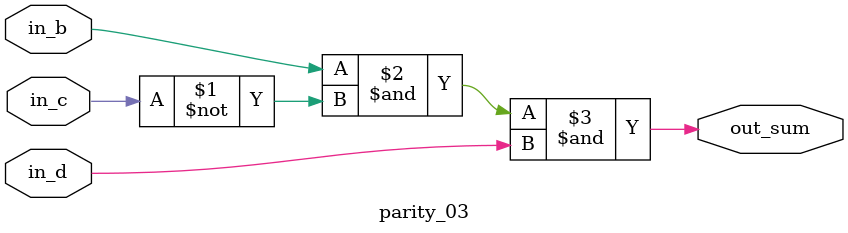
<source format=v>
module parity_03(
    in_b,
    in_c,
    in_d,
    out_sum
);

input in_b;
input in_c;
input in_d;
output out_sum;

assign out_sum = in_b & (~in_c) & in_d;

endmodule
</source>
